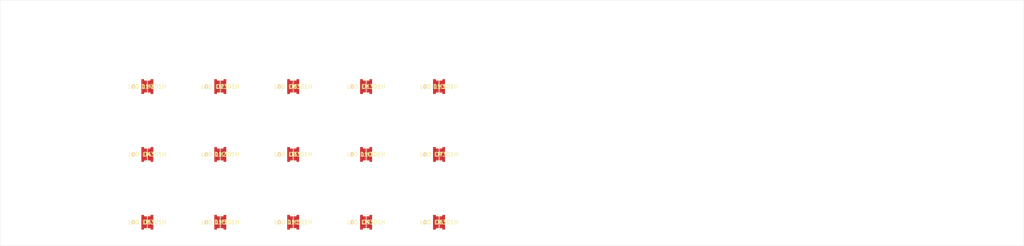
<source format=kicad_pcb>
(kicad_pcb (version 20220914) (generator pcbnew)
  (layers (0 "F.Cu" signal) (31 "B.Cu" signal) (34 "B.Paste" user) (35 "F.Paste" user) (36 "B.SilkS" user "B.Silkscreen") (37 "F.SilkS" user "F.Silkscreen") (38 "B.Mask" user) (39 "F.Mask" user) (44 "Edge.Cuts" user))
  (net 0 "")
  (net 1 "Net-(D1-K)")
  (net 2 "/LED String/+48VDC")
  (net 3 "Net-(D2-K)")
  (net 4 "Net-(D3-K)")
  (net 5 "Net-(D4-K)")
  (net 6 "Net-(D5-K)")
  (net 7 "Net-(D6-K)")
  (net 8 "Net-(D7-K)")
  (net 9 "Net-(D8-K)")
  (net 10 "Net-(D10-A)")
  (net 11 "Net-(D10-K)")
  (net 12 "Net-(D11-K)")
  (net 13 "Net-(D12-K)")
  (net 14 "Net-(D13-K)")
  (net 15 "Net-(D14-K)")
  (net 16 "GND")
  (footprint "led-supply:SPMWHD32AMH5XAV5SK" (layer "F.Cu") (at 65.95 71.12)
    (fp_text reference "D14" (at 0 0) (layer "F.SilkS"))
    (fp_text value "LED LM301H" (at 0 0) (layer "F.SilkS"))
    (fp_text user "*" (at 0 0) (layer "F.SilkS"))
    (fp_poly (pts (xy -1.40462 -1.7526) (xy -0.84582 -1.7526) (xy -0.84582 -1.397) (xy -0.13462 -1.397) (xy -0.13462 1.397) (xy -0.84582 1.397) (xy -0.84582 1.7526) (xy -1.40462 1.7526)) (stroke (width 0.1)) (fill solid) (layer "F.Cu"))
    (fp_poly (pts (xy 1.40462 -1.7526) (xy 0.84582 -1.7526) (xy 0.84582 -1.397) (xy 0.13462 -1.397) (xy 0.13462 1.397) (xy 0.84582 1.397) (xy 0.84582 1.7526) (xy 1.40462 1.7526)) (stroke (width 0.1)) (fill solid) (layer "F.Cu"))
    (fp_circle (center -3.4036 0) (end -3.0226 0) (stroke (width 0.12)) (fill none) (layer "B.SilkS"))
    (fp_line (start -0.514051 1.778) (end 0.514051 1.778) (stroke (width 0.12)) (layer "F.SilkS"))
    (fp_line (start 0.514051 -1.778) (end -0.514051 -1.778) (stroke (width 0.12)) (layer "F.SilkS"))
    (fp_circle (center -3.4036 0) (end -3.0226 0) (stroke (width 0.12)) (fill none) (layer "F.SilkS"))
    (pad "1" smd rect (at -1.12522 0) (size 0.5588 3.5052) (layers "F.Cu" "F.Paste" "F.Mask") (net 15 "Net-(D14-K)"))
    (pad "2" smd rect (at 1.12522 0) (size 0.5588 3.5052) (layers "F.Cu" "F.Paste" "F.Mask") (net 14 "Net-(D13-K)"))
  )
  (footprint "led-supply:SPMWHD32AMH5XAV5SK" (layer "F.Cu") (at 137.19 104.24)
    (fp_text reference "D6" (at 0 0) (layer "F.SilkS"))
    (fp_text value "LED LM301H" (at 0 0) (layer "F.SilkS"))
    (fp_text user "*" (at 0 0) (layer "F.SilkS"))
    (fp_poly (pts (xy -1.40462 -1.7526) (xy -0.84582 -1.7526) (xy -0.84582 -1.397) (xy -0.13462 -1.397) (xy -0.13462 1.397) (xy -0.84582 1.397) (xy -0.84582 1.7526) (xy -1.40462 1.7526)) (stroke (width 0.1)) (fill solid) (layer "F.Cu"))
    (fp_poly (pts (xy 1.40462 -1.7526) (xy 0.84582 -1.7526) (xy 0.84582 -1.397) (xy 0.13462 -1.397) (xy 0.13462 1.397) (xy 0.84582 1.397) (xy 0.84582 1.7526) (xy 1.40462 1.7526)) (stroke (width 0.1)) (fill solid) (layer "F.Cu"))
    (fp_circle (center -3.4036 0) (end -3.0226 0) (stroke (width 0.12)) (fill none) (layer "B.SilkS"))
    (fp_line (start -0.514051 1.778) (end 0.514051 1.778) (stroke (width 0.12)) (layer "F.SilkS"))
    (fp_line (start 0.514051 -1.778) (end -0.514051 -1.778) (stroke (width 0.12)) (layer "F.SilkS"))
    (fp_circle (center -3.4036 0) (end -3.0226 0) (stroke (width 0.12)) (fill none) (layer "F.SilkS"))
    (pad "1" smd rect (at -1.12522 0) (size 0.5588 3.5052) (layers "F.Cu" "F.Paste" "F.Mask") (net 7 "Net-(D6-K)"))
    (pad "2" smd rect (at 1.12522 0) (size 0.5588 3.5052) (layers "F.Cu" "F.Paste" "F.Mask") (net 6 "Net-(D5-K)"))
  )
  (footprint "led-supply:SPMWHD32AMH5XAV5SK" (layer "F.Cu") (at 83.76 87.68)
    (fp_text reference "D12" (at 0 0) (layer "F.SilkS"))
    (fp_text value "LED LM301H" (at 0 0) (layer "F.SilkS"))
    (fp_text user "*" (at 0 0) (layer "F.SilkS"))
    (fp_poly (pts (xy -1.40462 -1.7526) (xy -0.84582 -1.7526) (xy -0.84582 -1.397) (xy -0.13462 -1.397) (xy -0.13462 1.397) (xy -0.84582 1.397) (xy -0.84582 1.7526) (xy -1.40462 1.7526)) (stroke (width 0.1)) (fill solid) (layer "F.Cu"))
    (fp_poly (pts (xy 1.40462 -1.7526) (xy 0.84582 -1.7526) (xy 0.84582 -1.397) (xy 0.13462 -1.397) (xy 0.13462 1.397) (xy 0.84582 1.397) (xy 0.84582 1.7526) (xy 1.40462 1.7526)) (stroke (width 0.1)) (fill solid) (layer "F.Cu"))
    (fp_circle (center -3.4036 0) (end -3.0226 0) (stroke (width 0.12)) (fill none) (layer "B.SilkS"))
    (fp_line (start -0.514051 1.778) (end 0.514051 1.778) (stroke (width 0.12)) (layer "F.SilkS"))
    (fp_line (start 0.514051 -1.778) (end -0.514051 -1.778) (stroke (width 0.12)) (layer "F.SilkS"))
    (fp_circle (center -3.4036 0) (end -3.0226 0) (stroke (width 0.12)) (fill none) (layer "F.SilkS"))
    (pad "1" smd rect (at -1.12522 0) (size 0.5588 3.5052) (layers "F.Cu" "F.Paste" "F.Mask") (net 13 "Net-(D12-K)"))
    (pad "2" smd rect (at 1.12522 0) (size 0.5588 3.5052) (layers "F.Cu" "F.Paste" "F.Mask") (net 12 "Net-(D11-K)"))
  )
  (footprint "led-supply:SPMWHD32AMH5XAV5SK" (layer "F.Cu") (at 101.57 104.24)
    (fp_text reference "D11" (at 0 0) (layer "F.SilkS"))
    (fp_text value "LED LM301H" (at 0 0) (layer "F.SilkS"))
    (fp_text user "*" (at 0 0) (layer "F.SilkS"))
    (fp_poly (pts (xy -1.40462 -1.7526) (xy -0.84582 -1.7526) (xy -0.84582 -1.397) (xy -0.13462 -1.397) (xy -0.13462 1.397) (xy -0.84582 1.397) (xy -0.84582 1.7526) (xy -1.40462 1.7526)) (stroke (width 0.1)) (fill solid) (layer "F.Cu"))
    (fp_poly (pts (xy 1.40462 -1.7526) (xy 0.84582 -1.7526) (xy 0.84582 -1.397) (xy 0.13462 -1.397) (xy 0.13462 1.397) (xy 0.84582 1.397) (xy 0.84582 1.7526) (xy 1.40462 1.7526)) (stroke (width 0.1)) (fill solid) (layer "F.Cu"))
    (fp_circle (center -3.4036 0) (end -3.0226 0) (stroke (width 0.12)) (fill none) (layer "B.SilkS"))
    (fp_line (start -0.514051 1.778) (end 0.514051 1.778) (stroke (width 0.12)) (layer "F.SilkS"))
    (fp_line (start 0.514051 -1.778) (end -0.514051 -1.778) (stroke (width 0.12)) (layer "F.SilkS"))
    (fp_circle (center -3.4036 0) (end -3.0226 0) (stroke (width 0.12)) (fill none) (layer "F.SilkS"))
    (pad "1" smd rect (at -1.12522 0) (size 0.5588 3.5052) (layers "F.Cu" "F.Paste" "F.Mask") (net 12 "Net-(D11-K)"))
    (pad "2" smd rect (at 1.12522 0) (size 0.5588 3.5052) (layers "F.Cu" "F.Paste" "F.Mask") (net 11 "Net-(D10-K)"))
  )
  (footprint "led-supply:SPMWHD32AMH5XAV5SK" (layer "F.Cu") (at 83.76 71.12)
    (fp_text reference "D2" (at 0 0) (layer "F.SilkS"))
    (fp_text value "LED LM301H" (at 0 0) (layer "F.SilkS"))
    (fp_text user "*" (at 0 0) (layer "F.SilkS"))
    (fp_poly (pts (xy -1.40462 -1.7526) (xy -0.84582 -1.7526) (xy -0.84582 -1.397) (xy -0.13462 -1.397) (xy -0.13462 1.397) (xy -0.84582 1.397) (xy -0.84582 1.7526) (xy -1.40462 1.7526)) (stroke (width 0.1)) (fill solid) (layer "F.Cu"))
    (fp_poly (pts (xy 1.40462 -1.7526) (xy 0.84582 -1.7526) (xy 0.84582 -1.397) (xy 0.13462 -1.397) (xy 0.13462 1.397) (xy 0.84582 1.397) (xy 0.84582 1.7526) (xy 1.40462 1.7526)) (stroke (width 0.1)) (fill solid) (layer "F.Cu"))
    (fp_circle (center -3.4036 0) (end -3.0226 0) (stroke (width 0.12)) (fill none) (layer "B.SilkS"))
    (fp_line (start -0.514051 1.778) (end 0.514051 1.778) (stroke (width 0.12)) (layer "F.SilkS"))
    (fp_line (start 0.514051 -1.778) (end -0.514051 -1.778) (stroke (width 0.12)) (layer "F.SilkS"))
    (fp_circle (center -3.4036 0) (end -3.0226 0) (stroke (width 0.12)) (fill none) (layer "F.SilkS"))
    (pad "1" smd rect (at -1.12522 0) (size 0.5588 3.5052) (layers "F.Cu" "F.Paste" "F.Mask") (net 3 "Net-(D2-K)"))
    (pad "2" smd rect (at 1.12522 0) (size 0.5588 3.5052) (layers "F.Cu" "F.Paste" "F.Mask") (net 1 "Net-(D1-K)"))
  )
  (footprint "led-supply:SPMWHD32AMH5XAV5SK" (layer "F.Cu") (at 83.76 104.24)
    (fp_text reference "D15" (at 0 0) (layer "F.SilkS"))
    (fp_text value "LED LM301H" (at 0 0) (layer "F.SilkS"))
    (fp_text user "*" (at 0 0) (layer "F.SilkS"))
    (fp_poly (pts (xy -1.40462 -1.7526) (xy -0.84582 -1.7526) (xy -0.84582 -1.397) (xy -0.13462 -1.397) (xy -0.13462 1.397) (xy -0.84582 1.397) (xy -0.84582 1.7526) (xy -1.40462 1.7526)) (stroke (width 0.1)) (fill solid) (layer "F.Cu"))
    (fp_poly (pts (xy 1.40462 -1.7526) (xy 0.84582 -1.7526) (xy 0.84582 -1.397) (xy 0.13462 -1.397) (xy 0.13462 1.397) (xy 0.84582 1.397) (xy 0.84582 1.7526) (xy 1.40462 1.7526)) (stroke (width 0.1)) (fill solid) (layer "F.Cu"))
    (fp_circle (center -3.4036 0) (end -3.0226 0) (stroke (width 0.12)) (fill none) (layer "B.SilkS"))
    (fp_line (start -0.514051 1.778) (end 0.514051 1.778) (stroke (width 0.12)) (layer "F.SilkS"))
    (fp_line (start 0.514051 -1.778) (end -0.514051 -1.778) (stroke (width 0.12)) (layer "F.SilkS"))
    (fp_circle (center -3.4036 0) (end -3.0226 0) (stroke (width 0.12)) (fill none) (layer "F.SilkS"))
    (pad "1" smd rect (at -1.12522 0) (size 0.5588 3.5052) (layers "F.Cu" "F.Paste" "F.Mask") (net 16 "GND"))
    (pad "2" smd rect (at 1.12522 0) (size 0.5588 3.5052) (layers "F.Cu" "F.Paste" "F.Mask") (net 15 "Net-(D14-K)"))
  )
  (footprint "led-supply:SPMWHD32AMH5XAV5SK" (layer "F.Cu") (at 137.19 71.12)
    (fp_text reference "D13" (at 0 0) (layer "F.SilkS"))
    (fp_text value "LED LM301H" (at 0 0) (layer "F.SilkS"))
    (fp_text user "*" (at 0 0) (layer "F.SilkS"))
    (fp_poly (pts (xy -1.40462 -1.7526) (xy -0.84582 -1.7526) (xy -0.84582 -1.397) (xy -0.13462 -1.397) (xy -0.13462 1.397) (xy -0.84582 1.397) (xy -0.84582 1.7526) (xy -1.40462 1.7526)) (stroke (width 0.1)) (fill solid) (layer "F.Cu"))
    (fp_poly (pts (xy 1.40462 -1.7526) (xy 0.84582 -1.7526) (xy 0.84582 -1.397) (xy 0.13462 -1.397) (xy 0.13462 1.397) (xy 0.84582 1.397) (xy 0.84582 1.7526) (xy 1.40462 1.7526)) (stroke (width 0.1)) (fill solid) (layer "F.Cu"))
    (fp_circle (center -3.4036 0) (end -3.0226 0) (stroke (width 0.12)) (fill none) (layer "B.SilkS"))
    (fp_line (start -0.514051 1.778) (end 0.514051 1.778) (stroke (width 0.12)) (layer "F.SilkS"))
    (fp_line (start 0.514051 -1.778) (end -0.514051 -1.778) (stroke (width 0.12)) (layer "F.SilkS"))
    (fp_circle (center -3.4036 0) (end -3.0226 0) (stroke (width 0.12)) (fill none) (layer "F.SilkS"))
    (pad "1" smd rect (at -1.12522 0) (size 0.5588 3.5052) (layers "F.Cu" "F.Paste" "F.Mask") (net 14 "Net-(D13-K)"))
    (pad "2" smd rect (at 1.12522 0) (size 0.5588 3.5052) (layers "F.Cu" "F.Paste" "F.Mask") (net 13 "Net-(D12-K)"))
  )
  (footprint "led-supply:SPMWHD32AMH5XAV5SK" (layer "F.Cu") (at 101.57 71.12)
    (fp_text reference "D8" (at 0 0) (layer "F.SilkS"))
    (fp_text value "LED LM301H" (at 0 0) (layer "F.SilkS"))
    (fp_text user "*" (at 0 0) (layer "F.SilkS"))
    (fp_poly (pts (xy -1.40462 -1.7526) (xy -0.84582 -1.7526) (xy -0.84582 -1.397) (xy -0.13462 -1.397) (xy -0.13462 1.397) (xy -0.84582 1.397) (xy -0.84582 1.7526) (xy -1.40462 1.7526)) (stroke (width 0.1)) (fill solid) (layer "F.Cu"))
    (fp_poly (pts (xy 1.40462 -1.7526) (xy 0.84582 -1.7526) (xy 0.84582 -1.397) (xy 0.13462 -1.397) (xy 0.13462 1.397) (xy 0.84582 1.397) (xy 0.84582 1.7526) (xy 1.40462 1.7526)) (stroke (width 0.1)) (fill solid) (layer "F.Cu"))
    (fp_circle (center -3.4036 0) (end -3.0226 0) (stroke (width 0.12)) (fill none) (layer "B.SilkS"))
    (fp_line (start -0.514051 1.778) (end 0.514051 1.778) (stroke (width 0.12)) (layer "F.SilkS"))
    (fp_line (start 0.514051 -1.778) (end -0.514051 -1.778) (stroke (width 0.12)) (layer "F.SilkS"))
    (fp_circle (center -3.4036 0) (end -3.0226 0) (stroke (width 0.12)) (fill none) (layer "F.SilkS"))
    (pad "1" smd rect (at -1.12522 0) (size 0.5588 3.5052) (layers "F.Cu" "F.Paste" "F.Mask") (net 9 "Net-(D8-K)"))
    (pad "2" smd rect (at 1.12522 0) (size 0.5588 3.5052) (layers "F.Cu" "F.Paste" "F.Mask") (net 8 "Net-(D7-K)"))
  )
  (footprint "led-supply:SPMWHD32AMH5XAV5SK" (layer "F.Cu") (at 119.38 104.24)
    (fp_text reference "D9" (at 0 0) (layer "F.SilkS"))
    (fp_text value "LED LM301H" (at 0 0) (layer "F.SilkS"))
    (fp_text user "*" (at 0 0) (layer "F.SilkS"))
    (fp_poly (pts (xy -1.40462 -1.7526) (xy -0.84582 -1.7526) (xy -0.84582 -1.397) (xy -0.13462 -1.397) (xy -0.13462 1.397) (xy -0.84582 1.397) (xy -0.84582 1.7526) (xy -1.40462 1.7526)) (stroke (width 0.1)) (fill solid) (layer "F.Cu"))
    (fp_poly (pts (xy 1.40462 -1.7526) (xy 0.84582 -1.7526) (xy 0.84582 -1.397) (xy 0.13462 -1.397) (xy 0.13462 1.397) (xy 0.84582 1.397) (xy 0.84582 1.7526) (xy 1.40462 1.7526)) (stroke (width 0.1)) (fill solid) (layer "F.Cu"))
    (fp_circle (center -3.4036 0) (end -3.0226 0) (stroke (width 0.12)) (fill none) (layer "B.SilkS"))
    (fp_line (start -0.514051 1.778) (end 0.514051 1.778) (stroke (width 0.12)) (layer "F.SilkS"))
    (fp_line (start 0.514051 -1.778) (end -0.514051 -1.778) (stroke (width 0.12)) (layer "F.SilkS"))
    (fp_circle (center -3.4036 0) (end -3.0226 0) (stroke (width 0.12)) (fill none) (layer "F.SilkS"))
    (pad "1" smd rect (at -1.12522 0) (size 0.5588 3.5052) (layers "F.Cu" "F.Paste" "F.Mask") (net 10 "Net-(D10-A)"))
    (pad "2" smd rect (at 1.12522 0) (size 0.5588 3.5052) (layers "F.Cu" "F.Paste" "F.Mask") (net 9 "Net-(D8-K)"))
  )
  (footprint "led-supply:SPMWHD32AMH5XAV5SK" (layer "F.Cu") (at 101.57 87.68)
    (fp_text reference "D3" (at 0 0) (layer "F.SilkS"))
    (fp_text value "LED LM301H" (at 0 0) (layer "F.SilkS"))
    (fp_text user "*" (at 0 0) (layer "F.SilkS"))
    (fp_poly (pts (xy -1.40462 -1.7526) (xy -0.84582 -1.7526) (xy -0.84582 -1.397) (xy -0.13462 -1.397) (xy -0.13462 1.397) (xy -0.84582 1.397) (xy -0.84582 1.7526) (xy -1.40462 1.7526)) (stroke (width 0.1)) (fill solid) (layer "F.Cu"))
    (fp_poly (pts (xy 1.40462 -1.7526) (xy 0.84582 -1.7526) (xy 0.84582 -1.397) (xy 0.13462 -1.397) (xy 0.13462 1.397) (xy 0.84582 1.397) (xy 0.84582 1.7526) (xy 1.40462 1.7526)) (stroke (width 0.1)) (fill solid) (layer "F.Cu"))
    (fp_circle (center -3.4036 0) (end -3.0226 0) (stroke (width 0.12)) (fill none) (layer "B.SilkS"))
    (fp_line (start -0.514051 1.778) (end 0.514051 1.778) (stroke (width 0.12)) (layer "F.SilkS"))
    (fp_line (start 0.514051 -1.778) (end -0.514051 -1.778) (stroke (width 0.12)) (layer "F.SilkS"))
    (fp_circle (center -3.4036 0) (end -3.0226 0) (stroke (width 0.12)) (fill none) (layer "F.SilkS"))
    (pad "1" smd rect (at -1.12522 0) (size 0.5588 3.5052) (layers "F.Cu" "F.Paste" "F.Mask") (net 4 "Net-(D3-K)"))
    (pad "2" smd rect (at 1.12522 0) (size 0.5588 3.5052) (layers "F.Cu" "F.Paste" "F.Mask") (net 3 "Net-(D2-K)"))
  )
  (footprint "led-supply:SPMWHD32AMH5XAV5SK" (layer "F.Cu") (at 119.38 71.12)
    (fp_text reference "D1" (at 0 0) (layer "F.SilkS"))
    (fp_text value "LED LM301H" (at 0 0) (layer "F.SilkS"))
    (fp_text user "*" (at 0 0) (layer "F.SilkS"))
    (fp_poly (pts (xy -1.40462 -1.7526) (xy -0.84582 -1.7526) (xy -0.84582 -1.397) (xy -0.13462 -1.397) (xy -0.13462 1.397) (xy -0.84582 1.397) (xy -0.84582 1.7526) (xy -1.40462 1.7526)) (stroke (width 0.1)) (fill solid) (layer "F.Cu"))
    (fp_poly (pts (xy 1.40462 -1.7526) (xy 0.84582 -1.7526) (xy 0.84582 -1.397) (xy 0.13462 -1.397) (xy 0.13462 1.397) (xy 0.84582 1.397) (xy 0.84582 1.7526) (xy 1.40462 1.7526)) (stroke (width 0.1)) (fill solid) (layer "F.Cu"))
    (fp_circle (center -3.4036 0) (end -3.0226 0) (stroke (width 0.12)) (fill none) (layer "B.SilkS"))
    (fp_line (start -0.514051 1.778) (end 0.514051 1.778) (stroke (width 0.12)) (layer "F.SilkS"))
    (fp_line (start 0.514051 -1.778) (end -0.514051 -1.778) (stroke (width 0.12)) (layer "F.SilkS"))
    (fp_circle (center -3.4036 0) (end -3.0226 0) (stroke (width 0.12)) (fill none) (layer "F.SilkS"))
    (pad "1" smd rect (at -1.12522 0) (size 0.5588 3.5052) (layers "F.Cu" "F.Paste" "F.Mask") (net 1 "Net-(D1-K)"))
    (pad "2" smd rect (at 1.12522 0) (size 0.5588 3.5052) (layers "F.Cu" "F.Paste" "F.Mask") (net 2 "/LED String/+48VDC"))
  )
  (footprint "led-supply:SPMWHD32AMH5XAV5SK" (layer "F.Cu") (at 119.38 87.68)
    (fp_text reference "D10" (at 0 0) (layer "F.SilkS"))
    (fp_text value "LED LM301H" (at 0 0) (layer "F.SilkS"))
    (fp_text user "*" (at 0 0) (layer "F.SilkS"))
    (fp_poly (pts (xy -1.40462 -1.7526) (xy -0.84582 -1.7526) (xy -0.84582 -1.397) (xy -0.13462 -1.397) (xy -0.13462 1.397) (xy -0.84582 1.397) (xy -0.84582 1.7526) (xy -1.40462 1.7526)) (stroke (width 0.1)) (fill solid) (layer "F.Cu"))
    (fp_poly (pts (xy 1.40462 -1.7526) (xy 0.84582 -1.7526) (xy 0.84582 -1.397) (xy 0.13462 -1.397) (xy 0.13462 1.397) (xy 0.84582 1.397) (xy 0.84582 1.7526) (xy 1.40462 1.7526)) (stroke (width 0.1)) (fill solid) (layer "F.Cu"))
    (fp_circle (center -3.4036 0) (end -3.0226 0) (stroke (width 0.12)) (fill none) (layer "B.SilkS"))
    (fp_line (start -0.514051 1.778) (end 0.514051 1.778) (stroke (width 0.12)) (layer "F.SilkS"))
    (fp_line (start 0.514051 -1.778) (end -0.514051 -1.778) (stroke (width 0.12)) (layer "F.SilkS"))
    (fp_circle (center -3.4036 0) (end -3.0226 0) (stroke (width 0.12)) (fill none) (layer "F.SilkS"))
    (pad "1" smd rect (at -1.12522 0) (size 0.5588 3.5052) (layers "F.Cu" "F.Paste" "F.Mask") (net 11 "Net-(D10-K)"))
    (pad "2" smd rect (at 1.12522 0) (size 0.5588 3.5052) (layers "F.Cu" "F.Paste" "F.Mask") (net 10 "Net-(D10-A)"))
  )
  (footprint "led-supply:SPMWHD32AMH5XAV5SK" (layer "F.Cu") (at 137.19 87.68)
    (fp_text reference "D7" (at 0 0) (layer "F.SilkS"))
    (fp_text value "LED LM301H" (at 0 0) (layer "F.SilkS"))
    (fp_text user "*" (at 0 0) (layer "F.SilkS"))
    (fp_poly (pts (xy -1.40462 -1.7526) (xy -0.84582 -1.7526) (xy -0.84582 -1.397) (xy -0.13462 -1.397) (xy -0.13462 1.397) (xy -0.84582 1.397) (xy -0.84582 1.7526) (xy -1.40462 1.7526)) (stroke (width 0.1)) (fill solid) (layer "F.Cu"))
    (fp_poly (pts (xy 1.40462 -1.7526) (xy 0.84582 -1.7526) (xy 0.84582 -1.397) (xy 0.13462 -1.397) (xy 0.13462 1.397) (xy 0.84582 1.397) (xy 0.84582 1.7526) (xy 1.40462 1.7526)) (stroke (width 0.1)) (fill solid) (layer "F.Cu"))
    (fp_circle (center -3.4036 0) (end -3.0226 0) (stroke (width 0.12)) (fill none) (layer "B.SilkS"))
    (fp_line (start -0.514051 1.778) (end 0.514051 1.778) (stroke (width 0.12)) (layer "F.SilkS"))
    (fp_line (start 0.514051 -1.778) (end -0.514051 -1.778) (stroke (width 0.12)) (layer "F.SilkS"))
    (fp_circle (center -3.4036 0) (end -3.0226 0) (stroke (width 0.12)) (fill none) (layer "F.SilkS"))
    (pad "1" smd rect (at -1.12522 0) (size 0.5588 3.5052) (layers "F.Cu" "F.Paste" "F.Mask") (net 8 "Net-(D7-K)"))
    (pad "2" smd rect (at 1.12522 0) (size 0.5588 3.5052) (layers "F.Cu" "F.Paste" "F.Mask") (net 7 "Net-(D6-K)"))
  )
  (footprint "led-supply:SPMWHD32AMH5XAV5SK" (layer "F.Cu") (at 65.95 104.24)
    (fp_text reference "D5" (at 0 0) (layer "F.SilkS"))
    (fp_text value "LED LM301H" (at 0 0) (layer "F.SilkS"))
    (fp_text user "*" (at 0 0) (layer "F.SilkS"))
    (fp_poly (pts (xy -1.40462 -1.7526) (xy -0.84582 -1.7526) (xy -0.84582 -1.397) (xy -0.13462 -1.397) (xy -0.13462 1.397) (xy -0.84582 1.397) (xy -0.84582 1.7526) (xy -1.40462 1.7526)) (stroke (width 0.1)) (fill solid) (layer "F.Cu"))
    (fp_poly (pts (xy 1.40462 -1.7526) (xy 0.84582 -1.7526) (xy 0.84582 -1.397) (xy 0.13462 -1.397) (xy 0.13462 1.397) (xy 0.84582 1.397) (xy 0.84582 1.7526) (xy 1.40462 1.7526)) (stroke (width 0.1)) (fill solid) (layer "F.Cu"))
    (fp_circle (center -3.4036 0) (end -3.0226 0) (stroke (width 0.12)) (fill none) (layer "B.SilkS"))
    (fp_line (start -0.514051 1.778) (end 0.514051 1.778) (stroke (width 0.12)) (layer "F.SilkS"))
    (fp_line (start 0.514051 -1.778) (end -0.514051 -1.778) (stroke (width 0.12)) (layer "F.SilkS"))
    (fp_circle (center -3.4036 0) (end -3.0226 0) (stroke (width 0.12)) (fill none) (layer "F.SilkS"))
    (pad "1" smd rect (at -1.12522 0) (size 0.5588 3.5052) (layers "F.Cu" "F.Paste" "F.Mask") (net 6 "Net-(D5-K)"))
    (pad "2" smd rect (at 1.12522 0) (size 0.5588 3.5052) (layers "F.Cu" "F.Paste" "F.Mask") (net 5 "Net-(D4-K)"))
  )
  (footprint "led-supply:SPMWHD32AMH5XAV5SK" (layer "F.Cu") (at 65.95 87.68)
    (fp_text reference "D4" (at 0 0) (layer "F.SilkS"))
    (fp_text value "LED LM301H" (at 0 0) (layer "F.SilkS"))
    (fp_text user "*" (at 0 0) (layer "F.SilkS"))
    (fp_poly (pts (xy -1.40462 -1.7526) (xy -0.84582 -1.7526) (xy -0.84582 -1.397) (xy -0.13462 -1.397) (xy -0.13462 1.397) (xy -0.84582 1.397) (xy -0.84582 1.7526) (xy -1.40462 1.7526)) (stroke (width 0.1)) (fill solid) (layer "F.Cu"))
    (fp_poly (pts (xy 1.40462 -1.7526) (xy 0.84582 -1.7526) (xy 0.84582 -1.397) (xy 0.13462 -1.397) (xy 0.13462 1.397) (xy 0.84582 1.397) (xy 0.84582 1.7526) (xy 1.40462 1.7526)) (stroke (width 0.1)) (fill solid) (layer "F.Cu"))
    (fp_circle (center -3.4036 0) (end -3.0226 0) (stroke (width 0.12)) (fill none) (layer "B.SilkS"))
    (fp_line (start -0.514051 1.778) (end 0.514051 1.778) (stroke (width 0.12)) (layer "F.SilkS"))
    (fp_line (start 0.514051 -1.778) (end -0.514051 -1.778) (stroke (width 0.12)) (layer "F.SilkS"))
    (fp_circle (center -3.4036 0) (end -3.0226 0) (stroke (width 0.12)) (fill none) (layer "F.SilkS"))
    (pad "1" smd rect (at -1.12522 0) (size 0.5588 3.5052) (layers "F.Cu" "F.Paste" "F.Mask") (net 5 "Net-(D4-K)"))
    (pad "2" smd rect (at 1.12522 0) (size 0.5588 3.5052) (layers "F.Cu" "F.Paste" "F.Mask") (net 4 "Net-(D3-K)"))
  )
  (gr_line (start 30 110) (end 30 50) (stroke (width 0.05)) (layer "Edge.Cuts"))
  (gr_line (start 30 50) (end 280 50) (stroke (width 0.05)) (layer "Edge.Cuts"))
  (gr_line (start 280 50) (end 280 110) (stroke (width 0.05)) (layer "Edge.Cuts"))
  (gr_line (start 280 110) (end 30 110) (stroke (width 0.05)) (layer "Edge.Cuts"))
)
</source>
